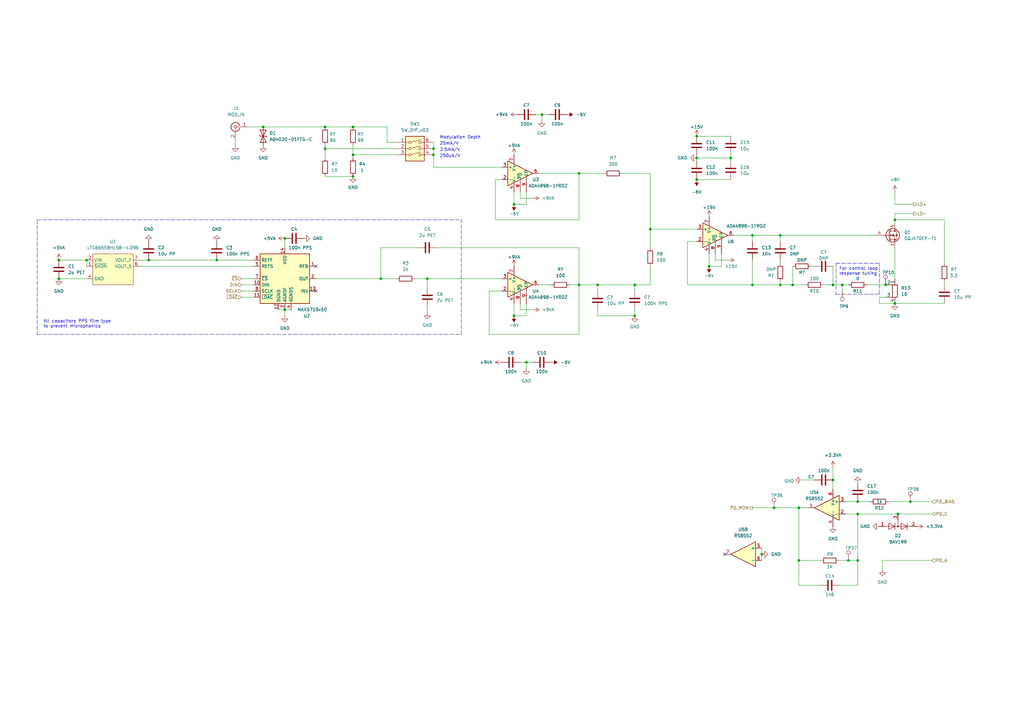
<source format=kicad_sch>
(kicad_sch (version 20211123) (generator eeschema)
  (paper "A3")
  (title_block (title "Kirdy") (date "2022-07-03") (rev "r0.1") (company "M-Labs") (comment 1 "Alex Wong Tat Hang"))
  (lib_symbols
    (symbol "Amplifier_Operational:ADA4898-1YRDZ" (pin_names (offset 0.127))
      (property "Reference" "U" (at 3.81 3.81 0))
      (property "Value" "ADA4898-1YRDZ" (at 11.43 -2.54 0))
      (symbol "ADA4898-1YRDZ_1_1"
        (polyline (pts (xy -5.08 5.08) (xy 5.08 0) (xy -5.08 -5.08) (xy -5.08 5.08)) (stroke (width 0.254)) (fill (type background)))
        (pin input line (at -7.62 -2.54 0) (length 2.54) (name "-") (number "2"))
        (pin input line (at -7.62 2.54 0) (length 2.54) (name "+") (number "3"))
        (pin power_in line (at -2.54 -7.62 90) (length 3.81) (name "V-") (number "4"))
        (pin output line (at 7.62 0 180) (length 2.54) (name "~") (number "6"))
        (pin power_in line (at -2.54 7.62 270) (length 3.81) (name "V+") (number "7"))
        (pin input line (at 0 -7.62 90) (length 5.08) (name "~{PD}") (number "8"))
        (pin passive line (at 2.54 -7.62 90) (length 6.35) (name "EP") (number "9"))
      )
    )
    (symbol "Analog_DAC:MAX5719xSD"
      (property "Reference" "U" (at -10.16 11.43 0))
      (property "Value" "MAX5719xSD" (at 1.27 11.43 0))
      (symbol "MAX5719xSD_0_1"
        (rectangle (start -10.16 10.16) (end 10.16 -10.16) (stroke (width 0.254)) (fill (type background)))
      )
      (symbol "MAX5719xSD_1_1"
        (pin passive line (at 12.7 5.08 180) (length 2.54) (name "RFB") (number "1"))
        (pin input line (at -12.7 -2.54 0) (length 2.54) (name "DIN") (number "10"))
        (pin input line (at -12.7 -7.62 0) (length 2.54) (name "~{LDAC}") (number "11"))
        (pin power_in line (at -2.54 -12.7 90) (length 2.54) (name "DGND") (number "12"))
        (pin passive line (at 12.7 -5.08 180) (length 2.54) (name "INV") (number "13"))
        (pin power_in line (at 0 12.7 270) (length 2.54) (name "VDD") (number "14"))
        (pin output line (at 12.7 0 180) (length 2.54) (name "OUT") (number "2"))
        (pin power_in line (at 0 -12.7 90) (length 2.54) (name "AGNDF") (number "3"))
        (pin power_in line (at 2.54 -12.7 90) (length 2.54) (name "AGNDS") (number "4"))
        (pin input line (at -12.7 5.08 0) (length 2.54) (name "REFS") (number "5"))
        (pin input line (at -12.7 7.62 0) (length 2.54) (name "REFF") (number "6"))
        (pin input line (at -12.7 0 0) (length 2.54) (name "~{CS}") (number "7"))
        (pin input line (at -12.7 -5.08 0) (length 2.54) (name "SCLK") (number "8"))
        (pin no_connect line (at 10.16 -7.62 180) (length 2.54) hide (name "NC") (number "9"))
      )
    )
    (symbol "Connector:Conn_Coaxial" (pin_names (offset 1.016) hide)
      (property "Reference" "J" (at 0.254 3.048 0))
      (property "Value" "Conn_Coaxial" (at 2.921 0 90))
      (symbol "Conn_Coaxial_0_1"
        (arc (start -1.778 -0.508) (mid 0.222 -1.808) (end 1.778 0) (stroke (width 0.254)))
        (polyline (pts (xy -2.54 0) (xy -0.508 0)))
        (polyline (pts (xy 0 -2.54) (xy 0 -1.778)))
        (circle (center 0 0) (radius 0.508) (stroke (width 0.2032)))
        (arc (start 1.778 0) (mid 0.222 1.8083) (end -1.778 0.508) (stroke (width 0.254)))
      )
      (symbol "Conn_Coaxial_1_1"
        (pin passive line (at -5.08 0 0) (length 2.54) (name "In") (number "1"))
        (pin passive line (at 0 -5.08 90) (length 2.54) (name "Ext") (number "2"))
      )
    )
    (symbol "Connector:TestPoint" (pin_numbers hide) (pin_names (offset 0.762) hide)
      (property "Reference" "TP" (at 0 6.858 0))
      (property "Value" "TestPoint" (at 0 5.08 0))
      (symbol "TestPoint_0_1"
        (circle (center 0 3.302) (radius 0.762))
      )
      (symbol "TestPoint_1_1"
        (pin passive line (at 0 0 90) (length 2.54) (name "1") (number "1"))
      )
    )
    (symbol "Device:C" (pin_numbers hide) (pin_names (offset 0.254))
      (property "Reference" "C" (at 0.635 2.54 0))
      (property "Value" "C" (at 0.635 -2.54 0))
      (symbol "C_0_1"
        (polyline (pts (xy -2.032 -0.762) (xy 2.032 -0.762)) (stroke (width 0.508)))
        (polyline (pts (xy -2.032 0.762) (xy 2.032 0.762)) (stroke (width 0.508)))
      )
      (symbol "C_1_1"
        (pin passive line (at 0 3.81 270) (length 2.794) (name "~") (number "1"))
        (pin passive line (at 0 -3.81 90) (length 2.794) (name "~") (number "2"))
      )
    )
    (symbol "Device:D_TVS" (pin_numbers hide) (pin_names (offset 1.016) hide)
      (property "Reference" "D" (at 0 2.54 0))
      (property "Value" "D_TVS" (at 0 -2.54 0))
      (symbol "D_TVS_0_1"
        (polyline (pts (xy 1.27 0) (xy -1.27 0)))
        (polyline (pts (xy 0.508 1.27) (xy 0 1.27) (xy 0 -1.27) (xy -0.508 -1.27)) (stroke (width 0.254)))
        (polyline (pts (xy -2.54 1.27) (xy -2.54 -1.27) (xy 2.54 1.27) (xy 2.54 -1.27) (xy -2.54 1.27)) (stroke (width 0.254)))
      )
      (symbol "D_TVS_1_1"
        (pin passive line (at -3.81 0 0) (length 2.54) (name "A1") (number "1"))
        (pin passive line (at 3.81 0 180) (length 2.54) (name "A2") (number "2"))
      )
    )
    (symbol "Device:R" (pin_numbers hide) (pin_names (offset 0))
      (property "Reference" "R" (at 2.032 0 90))
      (property "Value" "R" (at 0 0 90))
      (symbol "R_0_1"
        (rectangle (start -1.016 -2.54) (end 1.016 2.54) (stroke (width 0.254)))
      )
      (symbol "R_1_1"
        (pin passive line (at 0 3.81 270) (length 1.27) (name "~") (number "1"))
        (pin passive line (at 0 -3.81 90) (length 1.27) (name "~") (number "2"))
      )
    )
    (symbol "Device:R_Shunt" (pin_numbers hide) (pin_names (offset 0))
      (property "Reference" "R" (at -4.445 0 90))
      (property "Value" "R_Shunt" (at -2.54 0 90))
      (symbol "R_Shunt_0_1"
        (rectangle (start -1.016 -2.54) (end 1.016 2.54) (stroke (width 0.254)))
        (polyline (pts (xy 0 -2.54) (xy 1.27 -2.54)))
        (polyline (pts (xy 1.27 2.54) (xy 0 2.54)))
      )
      (symbol "R_Shunt_1_1"
        (pin passive line (at 0 5.08 270) (length 2.54) (name "1") (number "1"))
        (pin passive line (at 3.81 2.54 180) (length 2.54) (name "2") (number "2"))
        (pin passive line (at 3.81 -2.54 180) (length 2.54) (name "3") (number "3"))
        (pin passive line (at 0 -5.08 90) (length 2.54) (name "4") (number "4"))
      )
    )
    (symbol "Diode:BAV99" (pin_names hide)
      (property "Reference" "D" (at 0 5.08 0))
      (property "Value" "BAV99" (at 0 2.54 0))
      (symbol "BAV99_0_1"
        (polyline (pts (xy -5.08 0) (xy 5.08 0)))
      )
      (symbol "BAV99_1_1"
        (polyline (pts (xy 0 0) (xy 0 -2.54)))
        (polyline (pts (xy -1.27 -1.27) (xy -1.27 1.27) (xy -1.27 1.27)) (stroke (width 0.2032)))
        (polyline (pts (xy 3.81 1.27) (xy 3.81 -1.27) (xy 3.81 -1.27)) (stroke (width 0.2032)))
        (polyline (pts (xy -3.81 1.27) (xy -1.27 0) (xy -3.81 -1.27) (xy -3.81 1.27) (xy -3.81 1.27) (xy -3.81 1.27)) (stroke (width 0.2032)))
        (polyline (pts (xy 1.27 1.27) (xy 3.81 0) (xy 1.27 -1.27) (xy 1.27 1.27) (xy 1.27 1.27) (xy 1.27 1.27)) (stroke (width 0.2032)))
        (circle (center 0 0) (radius 0.254) (fill (type outline)))
        (pin passive line (at -7.62 0 0) (length 2.54) (name "K") (number "1"))
        (pin passive line (at 7.62 0 180) (length 2.54) (name "A") (number "2"))
        (pin passive line (at 0 -5.08 90) (length 2.54) (name "K") (number "3"))
      )
    )
    (symbol "Switch:SW_DIP_x03" (pin_names (offset 0) hide)
      (property "Reference" "SW" (at 0 8.89 0))
      (property "Value" "SW_DIP_x03" (at 0 -3.81 0))
      (symbol "SW_DIP_x03_0_0"
        (circle (center -2.032 0) (radius 0.508))
        (circle (center -2.032 2.54) (radius 0.508))
        (circle (center -2.032 5.08) (radius 0.508))
        (polyline (pts (xy -1.524 0.127) (xy 2.3622 1.1684)))
        (polyline (pts (xy -1.524 2.667) (xy 2.3622 3.7084)))
        (polyline (pts (xy -1.524 5.207) (xy 2.3622 6.2484)))
        (circle (center 2.032 0) (radius 0.508))
        (circle (center 2.032 2.54) (radius 0.508))
        (circle (center 2.032 5.08) (radius 0.508))
      )
      (symbol "SW_DIP_x03_0_1"
        (rectangle (start -3.81 7.62) (end 3.81 -2.54) (stroke (width 0.254)) (fill (type background)))
      )
      (symbol "SW_DIP_x03_1_1"
        (pin passive line (at -7.62 5.08 0) (length 5.08) (name "~") (number "1"))
        (pin passive line (at -7.62 2.54 0) (length 5.08) (name "~") (number "2"))
        (pin passive line (at -7.62 0 0) (length 5.08) (name "~") (number "3"))
        (pin passive line (at 7.62 0 180) (length 5.08) (name "~") (number "4"))
        (pin passive line (at 7.62 2.54 180) (length 5.08) (name "~") (number "5"))
        (pin passive line (at 7.62 5.08 180) (length 5.08) (name "~") (number "6"))
      )
    )
    (symbol "Transistor_FET:CSD17507Q5A" (pin_names hide)
      (property "Reference" "Q" (at 5.08 1.905 0))
      (property "Value" "CSD17507Q5A" (at 5.08 0 0))
      (symbol "CSD17507Q5A_0_1"
        (polyline (pts (xy 0.254 0) (xy -2.54 0)))
        (polyline (pts (xy 0.254 1.905) (xy 0.254 -1.905)) (stroke (width 0.254)))
        (polyline (pts (xy 0.762 -1.27) (xy 0.762 -2.286)) (stroke (width 0.254)))
        (polyline (pts (xy 0.762 0.508) (xy 0.762 -0.508)) (stroke (width 0.254)))
        (polyline (pts (xy 0.762 2.286) (xy 0.762 1.27)) (stroke (width 0.254)))
        (polyline (pts (xy 2.54 2.54) (xy 2.54 1.778)))
        (polyline (pts (xy 2.54 -2.54) (xy 2.54 0) (xy 0.762 0)))
        (polyline (pts (xy 0.762 -1.778) (xy 3.302 -1.778) (xy 3.302 1.778) (xy 0.762 1.778)))
        (polyline (pts (xy 1.016 0) (xy 2.032 0.381) (xy 2.032 -0.381) (xy 1.016 0)) (fill (type outline)))
        (polyline (pts (xy 2.794 0.508) (xy 2.921 0.381) (xy 3.683 0.381) (xy 3.81 0.254)))
        (polyline (pts (xy 3.302 0.381) (xy 2.921 -0.254) (xy 3.683 -0.254) (xy 3.302 0.381)))
        (circle (center 1.651 0) (radius 2.794) (stroke (width 0.254)))
        (circle (center 2.54 -1.778) (radius 0.254) (fill (type outline)))
        (circle (center 2.54 1.778) (radius 0.254) (fill (type outline)))
      )
      (symbol "CSD17507Q5A_1_1"
        (pin passive line (at 2.54 -5.08 90) (length 2.54) (name "S") (number "1"))
        (pin passive line (at 2.54 -5.08 90) (length 2.54) hide (name "S") (number "2"))
        (pin passive line (at 2.54 -5.08 90) (length 2.54) hide (name "S") (number "3"))
        (pin passive line (at -5.08 0 0) (length 2.54) (name "G") (number "4"))
        (pin passive line (at 2.54 5.08 270) (length 2.54) (name "D") (number "5"))
      )
    )
    (symbol "kirdy:LTC6655"
      (property "Reference" "U" (at 0 -10.16 0))
      (property "Value" "LTC6655" (at 0 -7.62 0))
      (symbol "LTC6655_0_0"
        (pin input line (at -10.16 2.54 0) (length 2.54) (name "~{SHDN}") (number "1"))
        (pin power_in line (at -10.16 5.08 0) (length 2.54) (name "VIN") (number "2"))
        (pin power_in line (at -10.16 -2.54 0) (length 2.54) hide (name "GND") (number "3"))
        (pin power_in line (at -10.16 -2.54 0) (length 2.54) (name "GND") (number "4"))
        (pin power_in line (at -10.16 -2.54 0) (length 2.54) hide (name "GND") (number "5"))
        (pin passive line (at 11.43 2.54 180) (length 2.54) (name "VOUT_S") (number "6"))
        (pin output line (at 11.43 5.08 180) (length 2.54) (name "VOUT_F") (number "7"))
        (pin power_in line (at -10.16 -2.54 0) (length 2.54) hide (name "GND") (number "8"))
      )
      (symbol "LTC6655_0_1"
        (rectangle (start -7.62 7.62) (end 8.89 -5.08) (fill (type background)))
      )
    )
    (symbol "kirdy:RS8552" (pin_names (offset 0.127))
      (property "Reference" "U" (at 0 5.08 0))
      (property "Value" "RS8552" (at 0 -5.08 0))
      (symbol "RS8552_1_1"
        (polyline (pts (xy -5.08 5.08) (xy 5.08 0) (xy -5.08 -5.08) (xy -5.08 5.08)) (stroke (width 0.254)) (fill (type background)))
        (pin output line (at 7.62 0 180) (length 2.54) (name "~") (number "1"))
        (pin input line (at -7.62 -2.54 0) (length 2.54) (name "-") (number "2"))
        (pin input line (at -7.62 2.54 0) (length 2.54) (name "+") (number "3"))
      )
      (symbol "RS8552_2_1"
        (polyline (pts (xy -5.08 5.08) (xy 5.08 0) (xy -5.08 -5.08) (xy -5.08 5.08)) (stroke (width 0.254)) (fill (type background)))
        (pin input line (at -7.62 2.54 0) (length 2.54) (name "+") (number "5"))
        (pin input line (at -7.62 -2.54 0) (length 2.54) (name "-") (number "6"))
        (pin output line (at 7.62 0 180) (length 2.54) (name "~") (number "7"))
      )
      (symbol "RS8552_3_1"
        (pin power_in line (at -2.54 -7.62 90) (length 3.81) (name "V-") (number "4"))
        (pin power_in line (at -2.54 7.62 270) (length 3.81) (name "V+") (number "8"))
      )
    )
    (symbol "power:+15V" (power) (pin_names (offset 0))
      (property "Value" "+15V" (at 0 3.556 0))
      (symbol "+15V_0_1"
        (polyline (pts (xy -0.762 1.27) (xy 0 2.54)))
        (polyline (pts (xy 0 0) (xy 0 2.54)))
        (polyline (pts (xy 0 2.54) (xy 0.762 1.27)))
      )
      (symbol "+15V_1_1"
        (pin power_in line (at 0 0 90) (length 0) hide (name "+15V") (number "1"))
      )
    )
    (symbol "power:+3.3VA" (power) (pin_names (offset 0))
      (property "Value" "+3.3VA" (at 0 3.556 0))
      (symbol "+3.3VA_0_1"
        (polyline (pts (xy -0.762 1.27) (xy 0 2.54)))
        (polyline (pts (xy 0 0) (xy 0 2.54)))
        (polyline (pts (xy 0 2.54) (xy 0.762 1.27)))
      )
      (symbol "+3.3VA_1_1"
        (pin power_in line (at 0 0 90) (length 0) hide (name "+3.3VA") (number "1"))
      )
    )
    (symbol "power:+5VA" (power) (pin_names (offset 0))
      (property "Value" "+5VA" (at 0 3.556 0))
      (symbol "+5VA_0_1"
        (polyline (pts (xy -0.762 1.27) (xy 0 2.54)))
        (polyline (pts (xy 0 0) (xy 0 2.54)))
        (polyline (pts (xy 0 2.54) (xy 0.762 1.27)))
      )
      (symbol "+5VA_1_1"
        (pin power_in line (at 0 0 90) (length 0) hide (name "+5VA") (number "1"))
      )
    )
    (symbol "power:+8V" (power) (pin_names (offset 0))
      (property "Value" "+8V" (at 0 3.556 0))
      (symbol "+8V_0_1"
        (polyline (pts (xy -0.762 1.27) (xy 0 2.54)))
        (polyline (pts (xy 0 0) (xy 0 2.54)))
        (polyline (pts (xy 0 2.54) (xy 0.762 1.27)))
      )
      (symbol "+8V_1_1"
        (pin power_in line (at 0 0 90) (length 0) hide (name "+8V") (number "1"))
      )
    )
    (symbol "power:+9VA" (power) (pin_names (offset 0))
      (property "Value" "+9VA" (at 0 3.81 0))
      (symbol "+9VA_0_1"
        (polyline (pts (xy -0.762 1.27) (xy 0 2.54)))
        (polyline (pts (xy 0 0) (xy 0 2.54)))
        (polyline (pts (xy 0 2.54) (xy 0.762 1.27)))
      )
      (symbol "+9VA_1_1"
        (pin power_in line (at 0 0 90) (length 0) hide (name "+9VA") (number "1"))
      )
    )
    (symbol "power:-6V" (power) (pin_names (offset 0))
      (property "Value" "-6V" (at 0 3.81 0))
      (symbol "-6V_0_0"
        (pin power_in line (at 0 0 90) (length 0) hide (name "-6V") (number "1"))
      )
      (symbol "-6V_0_1"
        (polyline (pts (xy 0 0) (xy 0 1.27) (xy 0.762 1.27) (xy 0 2.54) (xy -0.762 1.27) (xy 0 1.27)) (fill (type outline)))
      )
    )
    (symbol "power:GND" (power) (pin_names (offset 0))
      (property "Value" "GND" (at 0 -3.81 0))
      (symbol "GND_0_1"
        (polyline (pts (xy 0 0) (xy 0 -1.27) (xy 1.27 -1.27) (xy 0 -2.54) (xy -1.27 -1.27) (xy 0 -1.27)))
      )
      (symbol "GND_1_1"
        (pin power_in line (at 0 0 270) (length 0) hide (name "GND") (number "1"))
      )
    )
  )
  (junction (at 290.83 109.22))
  (junction (at 144.78 72.39))
  (junction (at 237.49 71.12))
  (junction (at 363.22 116.84))
  (junction (at 285.75 64.77))
  (junction (at 347.98 229.87))
  (junction (at 351.79 205.74))
  (junction (at 116.84 97.79))
  (junction (at 308.61 96.52))
  (junction (at 367.03 90.17))
  (junction (at 107.95 52.07))
  (junction (at 222.25 46.99))
  (junction (at 177.8 63.5))
  (junction (at 260.35 116.84))
  (junction (at 351.79 229.87))
  (junction (at 215.9 148.59))
  (junction (at 320.04 116.84))
  (junction (at 285.75 55.88))
  (junction (at 210.82 129.54))
  (junction (at 144.78 52.07))
  (junction (at 237.49 116.84))
  (junction (at 245.11 116.84))
  (junction (at 210.82 83.82))
  (junction (at 345.44 116.84))
  (junction (at 308.61 116.84))
  (junction (at 156.21 114.3))
  (junction (at 320.04 96.52))
  (junction (at 133.35 52.07))
  (junction (at 373.38 205.74))
  (junction (at 327.66 208.28))
  (junction (at 312.42 227.33))
  (junction (at 351.79 210.82))
  (junction (at 175.26 114.3))
  (junction (at 60.96 106.68))
  (junction (at 299.72 64.77))
  (junction (at 266.7 93.98))
  (junction (at 317.5 208.28))
  (junction (at 35.56 106.68))
  (junction (at 367.03 124.46))
  (junction (at 285.75 73.66))
  (junction (at 88.9 106.68))
  (junction (at 368.3 210.82))
  (junction (at 24.13 114.3))
  (junction (at 260.35 129.54))
  (junction (at 133.35 60.96))
  (junction (at 327.66 229.87))
  (junction (at 325.12 116.84))
  (junction (at 341.63 196.85))
  (junction (at 144.78 63.5))
  (junction (at 116.84 127))
  (junction (at 24.13 106.68))
  (junction (at 177.8 60.96))
  (junction (at 341.63 116.84))
  (no_connect (at 129.54 119.38))
  (no_connect (at 297.18 227.33))
  (no_connect (at 129.54 109.22))
  (wire (pts (xy 175.26 125.73) (xy 175.26 128.27)))
  (wire (pts (xy 99.06 114.3) (xy 104.14 114.3)))
  (wire (pts (xy 308.61 208.28) (xy 317.5 208.28)))
  (wire (pts (xy 35.56 106.68) (xy 35.56 109.22)))
  (wire (pts (xy 177.8 60.96) (xy 177.8 63.5)))
  (wire (pts (xy 237.49 116.84) (xy 245.11 116.84)))
  (wire (pts (xy 368.3 210.82) (xy 382.27 210.82)))
  (wire (pts (xy 133.35 72.39) (xy 144.78 72.39)))
  (wire (pts (xy 355.6 116.84) (xy 363.22 116.84)))
  (wire (pts (xy 308.61 96.52) (xy 320.04 96.52)))
  (wire (pts (xy 347.98 229.87) (xy 351.79 229.87)))
  (wire (pts (xy 351.79 229.87) (xy 351.79 210.82)))
  (wire (pts (xy 345.44 119.38) (xy 345.44 116.84)))
  (wire (pts (xy 260.35 116.84) (xy 266.7 116.84)))
  (wire (pts (xy 285.75 64.77) (xy 285.75 66.04)))
  (wire (pts (xy 367.03 91.44) (xy 367.03 90.17)))
  (wire (pts (xy 179.07 101.6) (xy 237.49 101.6)))
  (wire (pts (xy 158.75 58.42) (xy 162.56 58.42)))
  (wire (pts (xy 387.35 107.95) (xy 387.35 90.17)))
  (wire (pts (xy 96.52 59.69) (xy 96.52 57.15)))
  (wire (pts (xy 260.35 119.38) (xy 260.35 116.84)))
  (wire (pts (xy 308.61 96.52) (xy 308.61 99.06)))
  (wire (pts (xy 300.99 96.52) (xy 308.61 96.52)))
  (wire (pts (xy 213.36 127) (xy 218.44 127)))
  (wire (pts (xy 144.78 59.69) (xy 144.78 63.5)))
  (wire (pts (xy 266.7 109.22) (xy 266.7 116.84)))
  (wire (pts (xy 387.35 115.57) (xy 387.35 116.84)))
  (wire (pts (xy 320.04 96.52) (xy 359.41 96.52)))
  (wire (pts (xy 101.6 52.07) (xy 107.95 52.07)))
  (polyline (pts (xy 342.9 120.65) (xy 360.68 120.65)))
  (wire (pts (xy 99.06 119.38) (xy 104.14 119.38)))
  (wire (pts (xy 361.95 229.87) (xy 382.27 229.87)))
  (wire (pts (xy 293.37 106.68) (xy 298.45 106.68)))
  (polyline (pts (xy 342.9 107.95) (xy 360.68 107.95)))
  (wire (pts (xy 360.68 121.92) (xy 360.68 124.46)))
  (wire (pts (xy 177.8 58.42) (xy 177.8 60.96)))
  (wire (pts (xy 320.04 106.68) (xy 320.04 107.95)))
  (wire (pts (xy 327.66 229.87) (xy 327.66 208.28)))
  (wire (pts (xy 60.96 106.68) (xy 88.9 106.68)))
  (wire (pts (xy 99.06 116.84) (xy 104.14 116.84)))
  (wire (pts (xy 133.35 59.69) (xy 133.35 60.96)))
  (wire (pts (xy 220.98 71.12) (xy 237.49 71.12)))
  (wire (pts (xy 222.25 46.99) (xy 222.25 49.53)))
  (wire (pts (xy 245.11 116.84) (xy 260.35 116.84)))
  (wire (pts (xy 237.49 90.17) (xy 237.49 71.12)))
  (wire (pts (xy 175.26 114.3) (xy 205.74 114.3)))
  (wire (pts (xy 170.18 114.3) (xy 175.26 114.3)))
  (wire (pts (xy 320.04 96.52) (xy 320.04 99.06)))
  (wire (pts (xy 237.49 137.16) (xy 237.49 116.84)))
  (wire (pts (xy 336.55 240.03) (xy 327.66 240.03)))
  (wire (pts (xy 367.03 87.63) (xy 374.65 87.63)))
  (wire (pts (xy 260.35 129.54) (xy 260.35 127)))
  (wire (pts (xy 57.15 109.22) (xy 104.14 109.22)))
  (wire (pts (xy 144.78 63.5) (xy 162.56 63.5)))
  (wire (pts (xy 233.68 116.84) (xy 237.49 116.84)))
  (wire (pts (xy 299.72 64.77) (xy 285.75 64.77)))
  (wire (pts (xy 222.25 46.99) (xy 224.79 46.99)))
  (wire (pts (xy 200.66 119.38) (xy 200.66 137.16)))
  (wire (pts (xy 215.9 83.82) (xy 215.9 78.74)))
  (wire (pts (xy 210.82 78.74) (xy 210.82 83.82)))
  (wire (pts (xy 215.9 129.54) (xy 215.9 124.46)))
  (wire (pts (xy 156.21 101.6) (xy 156.21 114.3)))
  (wire (pts (xy 373.38 205.74) (xy 382.27 205.74)))
  (wire (pts (xy 171.45 101.6) (xy 156.21 101.6)))
  (polyline (pts (xy 15.24 90.17) (xy 189.23 90.17)))
  (wire (pts (xy 367.03 124.46) (xy 387.35 124.46)))
  (wire (pts (xy 361.95 233.68) (xy 361.95 229.87)))
  (wire (pts (xy 215.9 148.59) (xy 218.44 148.59)))
  (wire (pts (xy 107.95 52.07) (xy 133.35 52.07)))
  (wire (pts (xy 325.12 109.22) (xy 325.12 116.84)))
  (wire (pts (xy 213.36 78.74) (xy 213.36 81.28)))
  (wire (pts (xy 133.35 52.07) (xy 144.78 52.07)))
  (wire (pts (xy 210.82 83.82) (xy 215.9 83.82)))
  (wire (pts (xy 213.36 148.59) (xy 215.9 148.59)))
  (wire (pts (xy 341.63 116.84) (xy 345.44 116.84)))
  (wire (pts (xy 266.7 71.12) (xy 266.7 93.98)))
  (wire (pts (xy 290.83 109.22) (xy 295.91 109.22)))
  (wire (pts (xy 219.71 46.99) (xy 222.25 46.99)))
  (wire (pts (xy 205.74 73.66) (xy 203.2 73.66)))
  (polyline (pts (xy 360.68 120.65) (xy 360.68 107.95)))
  (wire (pts (xy 360.68 121.92) (xy 363.22 121.92)))
  (wire (pts (xy 317.5 208.28) (xy 327.66 208.28)))
  (wire (pts (xy 344.17 229.87) (xy 347.98 229.87)))
  (wire (pts (xy 57.15 106.68) (xy 60.96 106.68)))
  (wire (pts (xy 200.66 137.16) (xy 237.49 137.16)))
  (wire (pts (xy 213.36 124.46) (xy 213.36 127)))
  (wire (pts (xy 129.54 114.3) (xy 156.21 114.3)))
  (wire (pts (xy 88.9 106.68) (xy 104.14 106.68)))
  (wire (pts (xy 337.82 116.84) (xy 341.63 116.84)))
  (wire (pts (xy 364.49 205.74) (xy 373.38 205.74)))
  (wire (pts (xy 255.27 71.12) (xy 266.7 71.12)))
  (wire (pts (xy 24.13 106.68) (xy 35.56 106.68)))
  (wire (pts (xy 341.63 191.77) (xy 341.63 196.85)))
  (wire (pts (xy 24.13 114.3) (xy 35.56 114.3)))
  (wire (pts (xy 346.71 205.74) (xy 351.79 205.74)))
  (wire (pts (xy 387.35 90.17) (xy 367.03 90.17)))
  (wire (pts (xy 210.82 129.54) (xy 215.9 129.54)))
  (wire (pts (xy 144.78 63.5) (xy 144.78 64.77)))
  (wire (pts (xy 290.83 104.14) (xy 290.83 109.22)))
  (polyline (pts (xy 15.24 90.17) (xy 15.24 137.16)))
  (wire (pts (xy 345.44 116.84) (xy 347.98 116.84)))
  (wire (pts (xy 133.35 60.96) (xy 162.56 60.96)))
  (wire (pts (xy 281.94 116.84) (xy 281.94 99.06)))
  (wire (pts (xy 327.66 240.03) (xy 327.66 229.87)))
  (wire (pts (xy 116.84 97.79) (xy 116.84 101.6)))
  (wire (pts (xy 293.37 104.14) (xy 293.37 106.68)))
  (wire (pts (xy 177.8 68.58) (xy 205.74 68.58)))
  (wire (pts (xy 327.66 229.87) (xy 336.55 229.87)))
  (polyline (pts (xy 342.9 107.95) (xy 342.9 120.65)))
  (wire (pts (xy 237.49 71.12) (xy 247.65 71.12)))
  (wire (pts (xy 351.79 205.74) (xy 356.87 205.74)))
  (wire (pts (xy 325.12 116.84) (xy 330.2 116.84)))
  (wire (pts (xy 312.42 224.79) (xy 312.42 227.33)))
  (wire (pts (xy 367.03 83.82) (xy 374.65 83.82)))
  (wire (pts (xy 308.61 116.84) (xy 281.94 116.84)))
  (wire (pts (xy 203.2 90.17) (xy 237.49 90.17)))
  (wire (pts (xy 114.3 127) (xy 116.84 127)))
  (wire (pts (xy 312.42 227.33) (xy 312.42 229.87)))
  (wire (pts (xy 266.7 93.98) (xy 285.75 93.98)))
  (wire (pts (xy 99.06 121.92) (xy 104.14 121.92)))
  (wire (pts (xy 156.21 114.3) (xy 162.56 114.3)))
  (wire (pts (xy 213.36 81.28) (xy 218.44 81.28)))
  (wire (pts (xy 266.7 93.98) (xy 266.7 101.6)))
  (polyline (pts (xy 15.24 137.16) (xy 189.23 137.16)))
  (wire (pts (xy 245.11 127) (xy 245.11 129.54)))
  (wire (pts (xy 320.04 115.57) (xy 320.04 116.84)))
  (wire (pts (xy 367.03 90.17) (xy 367.03 87.63)))
  (wire (pts (xy 328.93 196.85) (xy 334.01 196.85)))
  (wire (pts (xy 344.17 240.03) (xy 351.79 240.03)))
  (wire (pts (xy 210.82 124.46) (xy 210.82 129.54)))
  (wire (pts (xy 341.63 196.85) (xy 341.63 200.66)))
  (wire (pts (xy 245.11 119.38) (xy 245.11 116.84)))
  (wire (pts (xy 346.71 210.82) (xy 351.79 210.82)))
  (wire (pts (xy 341.63 109.22) (xy 341.63 116.84)))
  (wire (pts (xy 351.79 240.03) (xy 351.79 229.87)))
  (wire (pts (xy 327.66 208.28) (xy 331.47 208.28)))
  (wire (pts (xy 299.72 63.5) (xy 299.72 64.77)))
  (wire (pts (xy 367.03 78.74) (xy 367.03 83.82)))
  (wire (pts (xy 332.74 109.22) (xy 334.01 109.22)))
  (wire (pts (xy 133.35 60.96) (xy 133.35 64.77)))
  (wire (pts (xy 116.84 127) (xy 116.84 129.54)))
  (wire (pts (xy 237.49 101.6) (xy 237.49 116.84)))
  (wire (pts (xy 299.72 64.77) (xy 299.72 66.04)))
  (wire (pts (xy 175.26 114.3) (xy 175.26 118.11)))
  (wire (pts (xy 177.8 63.5) (xy 177.8 68.58)))
  (wire (pts (xy 144.78 52.07) (xy 158.75 52.07)))
  (wire (pts (xy 360.68 124.46) (xy 367.03 124.46)))
  (wire (pts (xy 205.74 119.38) (xy 200.66 119.38)))
  (wire (pts (xy 285.75 63.5) (xy 285.75 64.77)))
  (wire (pts (xy 245.11 129.54) (xy 260.35 129.54)))
  (wire (pts (xy 285.75 55.88) (xy 299.72 55.88)))
  (wire (pts (xy 351.79 210.82) (xy 368.3 210.82)))
  (wire (pts (xy 308.61 116.84) (xy 320.04 116.84)))
  (wire (pts (xy 285.75 73.66) (xy 299.72 73.66)))
  (wire (pts (xy 220.98 116.84) (xy 226.06 116.84)))
  (wire (pts (xy 367.03 101.6) (xy 367.03 114.3)))
  (wire (pts (xy 158.75 52.07) (xy 158.75 58.42)))
  (wire (pts (xy 295.91 109.22) (xy 295.91 104.14)))
  (wire (pts (xy 308.61 106.68) (xy 308.61 116.84)))
  (wire (pts (xy 215.9 148.59) (xy 215.9 151.13)))
  (wire (pts (xy 320.04 116.84) (xy 325.12 116.84)))
  (polyline (pts (xy 189.23 137.16) (xy 189.23 90.17)))
  (wire (pts (xy 116.84 127) (xy 119.38 127)))
  (wire (pts (xy 203.2 73.66) (xy 203.2 90.17)))
  (wire (pts (xy 281.94 99.06) (xy 285.75 99.06)))
  (text "250uA/V" (at 180.34 64.77 0) (effects (font (size 1.27 1.27)) (justify left bottom)))
  (text "All capacitors PPS film type\nto prevent microphonics " (at 17.78 134.62 0) (effects (font (size 1.27 1.27)) (justify left bottom)))
  (text "2.5mA/V" (at 180.34 62.23 0) (effects (font (size 1.27 1.27)) (justify left bottom)))
  (text "For control loop\nresponse tuning" (at 344.17 113.03 0) (effects (font (size 1.27 1.27)) (justify left bottom)))
  (text "25mA/V" (at 180.34 59.69 0) (effects (font (size 1.27 1.27)) (justify left bottom)))
  (text "Modulation Depth" (at 180.34 57.15 0) (effects (font (size 1.27 1.27)) (justify left bottom)))
  (hierarchical_label "~{LDAC}" (shape input) (at 99.06 121.92 180))
  (hierarchical_label "PD_BIAS" (shape input) (at 382.27 205.74 0))
  (hierarchical_label "LD+" (shape output) (at 374.65 83.82 0))
  (hierarchical_label "SCLK" (shape input) (at 99.06 119.38 180))
  (hierarchical_label "PD_MON" (shape output) (at 308.61 208.28 180))
  (hierarchical_label "PD_C" (shape input) (at 382.27 210.82 0))
  (hierarchical_label "PD_A" (shape input) (at 382.27 229.87 0))
  (hierarchical_label "DIN" (shape input) (at 99.06 116.84 180))
  (hierarchical_label "LD-" (shape output) (at 374.65 87.63 0))
  (hierarchical_label "~{CS}" (shape input) (at 99.06 114.3 180))
  (symbol (lib_id "Connector:TestPoint") (at 363.22 116.84 0) (unit 1)
    (property "Reference" "TP10" (at 361.95 111.76 0) (effects (justify left)))
    (property "Value" "TestPoint" (effects hide))
    (property "Footprint" "TestPoint:TestPoint_Pad_2.0x2.0mm" (effects hide))
  )
  (symbol (lib_id "Device:C") (at 351.79 201.93 0) (unit 1)
    (property "Reference" "C17" (at 355.6 199.39 0) (effects (justify left)))
    (property "Value" "100n" (at 355.6 201.93 0) (effects (justify left)))
    (property "Footprint" "Capacitor_SMD:C_0603_1608Metric" (effects hide))
    (property "MFR_PN" "CL10B104KB8NNWC" (effects hide))
    (property "MFR_PN_ALT" "CL10B104KB8NNNL" (effects hide))
  )
  (symbol (lib_id "Device:R") (at 320.04 111.76 180) (unit 1)
    (property "Reference" "R?" (at 316.23 113.03 0))
    (property "Value" "DNP" (at 316.23 110.49 0))
    (property "Footprint" "Resistor_SMD:R_0603_1608Metric" (effects hide))
  )
  (symbol (lib_id "Diode:BAV99") (at 368.3 215.9 0) (mirror x) (unit 1)
    (property "Reference" "D2" (at 368.3 219.71 0))
    (property "Value" "BAV199" (at 368.3 222.25 0))
    (property "Footprint" "Package_TO_SOT_SMD:SOT-23" (effects hide))
    (property "Datasheet" "https://assets.nexperia.com/documents/data-sheet/BAV99_SER.pdf" (effects hide))
    (property "MFR_PN" "BAV199W-7" (effects hide))
    (property "MFR_PN_ALT" "BAV199E6327HTSA1" (effects hide))
  )
  (symbol (lib_id "power:GND") (at 328.93 196.85 270) (unit 1)
    (property "Reference" "#PWR?" (effects hide))
    (property "Value" "GND" (at 325.7551 197.2838 90) (effects (justify right)))
  )
  (symbol (lib_id "power:GND") (at 360.68 215.9 270) (unit 1)
    (property "Reference" "#PWR036" (effects hide))
    (property "Value" "GND" (at 356.87 215.8999 90) (effects (justify right)))
  )
  (symbol (lib_id "power:-6V") (at 232.41 46.99 270) (unit 1)
    (property "Reference" "#PWR022" (effects hide))
    (property "Value" "-6V" (at 236.22 46.9899 90) (effects (justify left)))
  )
  (symbol (lib_id "Device:C") (at 175.26 101.6 90) (unit 1)
    (property "Reference" "C5" (at 175.26 93.98 90))
    (property "Value" "2u PET" (at 175.26 96.52 90))
    (property "Footprint" "Capacitor_SMD:C_1812_4532Metric" (effects hide))
    (property "MFR_PN" "35MU225MC14532" (effects hide))
  )
  (symbol (lib_id "power:+15V") (at 285.75 55.88 0) (unit 1)
    (property "Reference" "#PWR028" (effects hide))
    (property "Value" "+15V" (at 285.75 52.07 0))
  )
  (symbol (lib_id "Device:R") (at 351.79 116.84 90) (unit 1)
    (property "Reference" "R11" (at 351.79 119.38 90))
    (property "Value" "0" (at 351.79 114.3 90))
    (property "Footprint" "Resistor_SMD:R_0603_1608Metric" (effects hide))
    (property "MFR_PN" "RMCF0603ZT0R00" (effects hide))
    (property "MFR_PN_ALT" "CR0603-J/-000ELF" (effects hide))
  )
  (symbol (lib_id "power:-6V") (at 226.06 148.59 270) (unit 1)
    (property "Reference" "#PWR023" (effects hide))
    (property "Value" "-6V" (at 229.87 148.5899 90) (effects (justify left)))
  )
  (symbol (lib_id "Device:C") (at 228.6 46.99 90) (unit 1)
    (property "Reference" "C9" (at 228.6 43.18 90))
    (property "Value" "100n" (at 228.6 50.8 90))
    (property "Footprint" "Capacitor_SMD:C_0603_1608Metric" (effects hide))
    (property "MFR_PN" "CL10B104KB8NNWC" (effects hide))
    (property "MFR_PN_ALT" "CL10B104KB8NNNL" (effects hide))
  )
  (symbol (lib_id "power:GND") (at 351.79 198.12 180) (unit 1)
    (property "Reference" "#PWR033" (effects hide))
    (property "Value" "GND" (at 351.79 193.04 0))
  )
  (symbol (lib_id "power:+5VA") (at 24.13 106.68 0) (unit 1)
    (property "Reference" "#PWR01" (effects hide))
    (property "Value" "+5VA" (at 24.13 101.6 0))
  )
  (symbol (lib_id "Device:C") (at 299.72 69.85 0) (unit 1)
    (property "Reference" "C16" (at 303.53 68.5799 0) (effects (justify left)))
    (property "Value" "10u" (at 303.53 71.1199 0) (effects (justify left)))
    (property "Footprint" "Capacitor_SMD:C_0805_2012Metric" (effects hide))
    (property "MFR_PN" "CL21B106KOQNNNG" (effects hide))
    (property "MFR_PN_ALT" "CL21B106KOQNNNE" (effects hide))
  )
  (symbol (lib_id "Device:C") (at 60.96 102.87 0) (unit 1)
    (property "Reference" "C2" (at 64.77 101.5999 0) (effects (justify left)))
    (property "Value" "10u PP" (at 64.77 104.1399 0) (effects (justify left)))
    (property "Footprint" "Capacitor_SMD:C_1812_4532Metric" (effects hide))
    (property "MFR_PN" "16MU106MC44532" (effects hide))
  )
  (symbol (lib_id "Connector:TestPoint") (at 345.44 119.38 180) (unit 1)
    (property "Reference" "TP9" (at 347.98 125.73 0) (effects (justify left)))
    (property "Value" "TestPoint" (effects hide))
    (property "Footprint" "TestPoint:TestPoint_Pad_2.0x2.0mm" (effects hide))
  )
  (symbol (lib_id "Device:C") (at 320.04 102.87 0) (unit 1)
    (property "Reference" "C?" (at 323.85 101.5999 0) (effects (justify left)))
    (property "Value" "DNP" (at 323.85 104.1399 0) (effects (justify left)))
    (property "Footprint" "Capacitor_SMD:C_0603_1608Metric" (effects hide))
  )
  (symbol (lib_id "Device:R") (at 334.01 116.84 90) (unit 1)
    (property "Reference" "R10" (at 334.01 119.38 90))
    (property "Value" "100" (at 334.01 114.3 90))
    (property "Footprint" "Resistor_SMD:R_0603_1608Metric" (effects hide))
    (property "MFR_PN" "WR06X1000FTL" (effects hide))
    (property "MFR_PN_ALT" "RMCF0603FT100R" (effects hide))
  )
  (symbol (lib_id "Device:R") (at 387.35 111.76 180) (unit 1)
    (property "Reference" "R?" (at 391.16 110.49 0))
    (property "Value" "3.3" (at 391.16 113.03 0))
    (property "Footprint" "Resistor_SMD:R_0603_1608Metric" (effects hide))
  )
  (symbol (lib_id "power:GND") (at 116.84 129.54 0) (unit 1)
    (property "Reference" "#PWR06" (effects hide))
    (property "Value" "GND" (at 116.84 134.62 0))
  )
  (symbol (lib_id "Amplifier_Operational:ADA4898-1YRDZ") (at 293.37 96.52 0) (unit 1)
    (property "Reference" "U6" (at 299.72 99.06 0))
    (property "Value" "ADA4898-1YRDZ" (at 306.07 92.71 0))
    (property "Footprint" "Package_SO:SOIC-8-1EP_3.9x4.9mm_P1.27mm_EP2.29x3mm" (effects hide))
    (property "Datasheet" "https://www.analog.com/media/en/technical-documentation/data-sheets/ada4898-1_4898-2.pdf" (effects hide))
    (property "MFR_PN" "ADA4898-1YRDZ" (effects hide))
  )
  (symbol (lib_id "Device:C") (at 308.61 102.87 0) (unit 1)
    (property "Reference" "C13" (at 312.42 101.5999 0) (effects (justify left)))
    (property "Value" "10n" (at 312.42 104.1399 0) (effects (justify left)))
    (property "Footprint" "Capacitor_SMD:C_0603_1608Metric" (effects hide))
    (property "MFR_PN" "0603B103K500CT" (effects hide))
    (property "MFR_PN_ALT" "CL10B103KB8NNNC" (effects hide))
  )
  (symbol (lib_id "Connector:TestPoint") (at 373.38 205.74 0) (unit 1)
    (property "Reference" "TP38" (at 372.11 200.66 0) (effects (justify left)))
    (property "Value" "TestPoint" (effects hide))
    (property "Footprint" "TestPoint:TestPoint_Pad_2.0x2.0mm" (effects hide))
  )
  (symbol (lib_id "Device:R") (at 266.7 105.41 180) (unit 1)
    (property "Reference" "R8" (at 269.24 104.1399 0) (effects (justify right)))
    (property "Value" "100" (at 269.24 106.6799 0) (effects (justify right)))
    (property "Footprint" "Resistor_SMD:R_0603_1608Metric" (effects hide))
    (property "MFR_PN" "RT0603FRE07300RL" (effects hide))
    (property "MFR_PN_ALT" "RC0603FR-10300RL" (effects hide))
  )
  (symbol (lib_id "power:GND") (at 124.46 97.79 90) (unit 1)
    (property "Reference" "#PWR07" (effects hide))
    (property "Value" "GND" (at 128.27 97.7899 90) (effects (justify right)))
  )
  (symbol (lib_id "Device:R") (at 133.35 68.58 180) (unit 1)
    (property "Reference" "R?" (at 137.16 67.31 0))
    (property "Value" "10" (at 137.16 69.85 0))
    (property "Footprint" "Resistor_SMD:R_0603_1608Metric" (effects hide))
    (property "MFR_PN" "RT0603BRD0710RL" (effects hide))
    (property "MFR_PN_ALT" "WR06X10R0FTL" (effects hide))
  )
  (symbol (lib_id "power:GND") (at 24.13 114.3 0) (unit 1)
    (property "Reference" "#PWR02" (effects hide))
    (property "Value" "GND" (at 24.13 119.38 0))
  )
  (symbol (lib_id "kirdy:RS8552") (at 304.8 227.33 0) (mirror y) (unit 2)
    (property "Reference" "U5" (at 304.8 217.17 0))
    (property "Value" "RS8552" (at 304.8 219.71 0))
    (property "Footprint" "Package_SO:SOIC-8_3.9x4.9mm_P1.27mm" (effects hide))
    (property "Datasheet" "https://datasheet.lcsc.com/lcsc/2010160333_Jiangsu-RUNIC-Tech-RS8554XP_C236997.pdf" (effects hide))
    (property "MFR_PN" "RS8552XK" (effects hide))
  )
  (symbol (lib_id "kirdy:RS8552") (at 339.09 208.28 0) (mirror y) (unit 1)
    (property "Reference" "U5" (at 334.01 201.93 0))
    (property "Value" "RS8552" (at 334.01 204.47 0))
    (property "Footprint" "Package_SO:SOIC-8_3.9x4.9mm_P1.27mm" (effects hide))
    (property "Datasheet" "https://datasheet.lcsc.com/lcsc/2010160333_Jiangsu-RUNIC-Tech-RS8554XP_C236997.pdf" (effects hide))
    (property "MFR_PN" "RS8552XK" (effects hide))
  )
  (symbol (lib_id "Connector:TestPoint") (at 347.98 229.87 0) (unit 1)
    (property "Reference" "TP37" (at 346.71 224.79 0) (effects (justify left)))
    (property "Value" "TestPoint" (effects hide))
    (property "Footprint" "TestPoint:TestPoint_Pad_2.0x2.0mm" (effects hide))
  )
  (symbol (lib_id "power:GND") (at 60.96 99.06 180) (unit 1)
    (property "Reference" "#PWR03" (effects hide))
    (property "Value" "GND" (at 60.96 93.98 0))
  )
  (symbol (lib_id "Device:C") (at 340.36 240.03 90) (unit 1)
    (property "Reference" "C14" (at 340.36 236.22 90))
    (property "Value" "1n6" (at 340.36 243.84 90))
    (property "Footprint" "Capacitor_SMD:C_0603_1608Metric" (effects hide))
    (property "MFR_PN" "GCM1885C1H162FA16D" (effects hide))
    (property "MFR_PN_ALT" "C0603C162J5GAC7867" (effects hide))
  )
  (symbol (lib_id "Device:R") (at 360.68 205.74 90) (unit 1)
    (property "Reference" "R12" (at 360.68 208.28 90))
    (property "Value" "1k" (at 360.68 205.74 90))
    (property "Footprint" "Resistor_SMD:R_0603_1608Metric" (effects hide))
    (property "MFR_PN" "RNCP0603FTD1K00" (effects hide))
    (property "MFR_PN_ALT" "WR06X1001FTL" (effects hide))
  )
  (symbol (lib_id "Device:C") (at 245.11 123.19 0) (unit 1)
    (property "Reference" "C?" (at 248.92 121.9199 0) (effects (justify left)))
    (property "Value" "10u PP" (at 248.92 124.4599 0) (effects (justify left)))
    (property "Footprint" "Capacitor_SMD:C_1812_4532Metric" (effects hide))
    (property "MFR_PN" "16MU106MC44532" (effects hide))
  )
  (symbol (lib_id "Switch:SW_DIP_x03") (at 170.18 63.5 0) (unit 1)
    (property "Reference" "SW1" (at 170.18 50.8 0))
    (property "Value" "SW_DIP_x03" (at 170.18 53.34 0))
    (property "Footprint" "Button_Switch_SMD:SW_DIP_SPSTx03_Slide_Omron_A6S-310x_W8.9mm_P2.54mm" (effects hide))
    (property "MFR_PN" "A6SN-3104" (effects hide))
    (property "MFR_PN_ALT" "A6S-3102" (effects hide))
  )
  (symbol (lib_id "Amplifier_Operational:ADA4898-1YRDZ") (at 213.36 116.84 0) (unit 1)
    (property "Reference" "U4" (at 219.71 119.38 0))
    (property "Value" "ADA4898-1YRDZ" (at 224.79 121.92 0))
    (property "Footprint" "Package_SO:SOIC-8-1EP_3.9x4.9mm_P1.27mm_EP2.29x3mm" (effects hide))
    (property "Datasheet" "https://www.analog.com/media/en/technical-documentation/data-sheets/ada4898-1_4898-2.pdf" (effects hide))
    (property "MFR_PN" "ADA4898-1YRDZ" (effects hide))
  )
  (symbol (lib_id "power:GND") (at 341.63 215.9 0) (unit 1)
    (property "Reference" "#PWR032" (effects hide))
    (property "Value" "GND" (at 341.63 220.98 0))
  )
  (symbol (lib_id "power:GND") (at 285.75 64.77 270) (unit 1)
    (property "Reference" "#PWR029" (effects hide))
    (property "Value" "GND" (at 281.94 64.7699 90) (effects (justify right)))
  )
  (symbol (lib_id "Device:C") (at 285.75 69.85 0) (unit 1)
    (property "Reference" "C12" (at 289.56 68.5799 0) (effects (justify left)))
    (property "Value" "100n" (at 289.56 71.1199 0) (effects (justify left)))
    (property "Footprint" "Capacitor_SMD:C_0603_1608Metric" (effects hide))
    (property "MFR_PN" "CL10B104KB8NNWC" (effects hide))
    (property "MFR_PN_ALT" "CL10B104KB8NNNL" (effects hide))
  )
  (symbol (lib_id "power:GND") (at 175.26 128.27 0) (unit 1)
    (property "Reference" "#PWR09" (effects hide))
    (property "Value" "GND" (at 175.26 133.35 0))
  )
  (symbol (lib_id "Device:R") (at 166.37 114.3 90) (unit 1)
    (property "Reference" "R3" (at 166.37 107.95 90))
    (property "Value" "2k" (at 166.37 110.49 90))
    (property "Footprint" "Resistor_SMD:R_0603_1608Metric" (effects hide))
    (property "MFR_PN" "RC0603FR-072KL" (effects hide))
    (property "MFR_PN_ALT" "ERJ-3EKF2001V" (effects hide))
  )
  (symbol (lib_id "Device:C") (at 387.35 120.65 0) (unit 1)
    (property "Reference" "C?" (at 391.16 119.3799 0) (effects (justify left)))
    (property "Value" "10u PP" (at 391.16 121.9199 0) (effects (justify left)))
    (property "Footprint" "Capacitor_SMD:C_1812_4532Metric" (effects hide))
    (property "MFR_PN" "16MU106MC44532" (effects hide))
  )
  (symbol (lib_id "Device:C") (at 222.25 148.59 90) (unit 1)
    (property "Reference" "C10" (at 222.25 144.78 90))
    (property "Value" "100n" (at 222.25 152.4 90))
    (property "Footprint" "Capacitor_SMD:C_0603_1608Metric" (effects hide))
    (property "MFR_PN" "CL10B104KB8NNWC" (effects hide))
    (property "MFR_PN_ALT" "CL10B104KB8NNNL" (effects hide))
  )
  (symbol (lib_id "power:+9VA") (at 218.44 81.28 270) (unit 1)
    (property "Reference" "#PWR020" (effects hide))
    (property "Value" "+9VA" (at 222.25 81.2799 90) (effects (justify left)))
  )
  (symbol (lib_id "Device:R_Shunt") (at 367.03 119.38 0) (mirror y) (unit 1)
    (property "Reference" "R13" (at 369.57 118.1099 0) (effects (justify right)))
    (property "Value" "10" (at 369.57 120.6499 0) (effects (justify right)))
    (property "Footprint" "kirdy:R_Shunt_VCS1625ZP" (effects hide))
    (property "MFR_PN" "Y160610R0000D9W" (effects hide))
    (property "MFR_PN_ALT" "RC0603FR-10300RL" (effects hide))
  )
  (symbol (lib_id "Device:R") (at 144.78 55.88 0) (unit 1)
    (property "Reference" "R?" (at 146.558 55.0453 0) (effects (justify left)))
    (property "Value" "99" (at 146.558 57.5822 0) (effects (justify left)))
  )
  (symbol (lib_id "Device:C") (at 337.82 109.22 90) (unit 1)
    (property "Reference" "C?" (at 337.82 103.3612 90))
    (property "Value" "DNP" (at 337.82 105.8981 90))
    (property "Footprint" "Capacitor_SMD:C_0603_1608Metric" (effects hide))
  )
  (symbol (lib_id "kirdy:RS8552") (at 339.09 208.28 0) (mirror y) (unit 3)
    (property "Reference" "U5" (effects hide))
    (property "Value" "RS8552" (effects hide))
    (property "Footprint" "Package_SO:SOIC-8_3.9x4.9mm_P1.27mm" (effects hide))
    (property "Datasheet" "https://datasheet.lcsc.com/lcsc/2010160333_Jiangsu-RUNIC-Tech-RS8554XP_C236997.pdf" (effects hide))
    (property "MFR_PN" "RS8552XK" (effects hide))
  )
  (symbol (lib_id "power:-6V") (at 210.82 129.54 180) (unit 1)
    (property "Reference" "#PWR017" (effects hide))
    (property "Value" "-6V" (at 210.82 133.35 0))
  )
  (symbol (lib_id "power:+15V") (at 298.45 106.68 270) (unit 1)
    (property "Reference" "#PWR027" (effects hide))
    (property "Value" "+15V" (at 297.18 109.22 90) (effects (justify left)))
  )
  (symbol (lib_id "power:GND") (at 312.42 227.33 90) (unit 1)
    (property "Reference" "#PWR024" (effects hide))
    (property "Value" "GND" (at 316.23 227.3299 90) (effects (justify right)))
  )
  (symbol (lib_id "Device:C") (at 299.72 59.69 0) (unit 1)
    (property "Reference" "C15" (at 303.53 58.4199 0) (effects (justify left)))
    (property "Value" "10u" (at 303.53 60.9599 0) (effects (justify left)))
    (property "Footprint" "Capacitor_SMD:C_0805_2012Metric" (effects hide))
    (property "MFR_PN" "CL21B106KOQNNNG" (effects hide))
    (property "MFR_PN_ALT" "CL21B106KOQNNNE" (effects hide))
  )
  (symbol (lib_id "Device:R") (at 328.93 109.22 90) (unit 1)
    (property "Reference" "R?" (at 328.93 111.76 90))
    (property "Value" "DNP" (at 328.93 106.68 90))
    (property "Footprint" "Resistor_SMD:R_0603_1608Metric" (effects hide))
  )
  (symbol (lib_id "power:+9VA") (at 212.09 46.99 90) (unit 1)
    (property "Reference" "#PWR011" (effects hide))
    (property "Value" "+9VA" (at 208.28 46.9899 90) (effects (justify left)))
  )
  (symbol (lib_id "power:+3.3VA") (at 341.63 191.77 0) (unit 1)
    (property "Reference" "#PWR031" (effects hide))
    (property "Value" "+3.3VA" (at 341.63 186.69 0))
  )
  (symbol (lib_id "power:GND") (at 144.78 72.39 0) (unit 1)
    (property "Reference" "#PWR?" (effects hide))
    (property "Value" "GND" (at 144.78 76.8334 0))
  )
  (symbol (lib_id "power:GND") (at 361.95 233.68 0) (unit 1)
    (property "Reference" "#PWR037" (effects hide))
    (property "Value" "GND" (at 361.95 238.76 0))
  )
  (symbol (lib_id "Device:C") (at 337.82 196.85 90) (unit 1)
    (property "Reference" "C?" (at 334.01 195.58 90) (effects (justify left)))
    (property "Value" "100n" (at 340.36 193.04 90) (effects (justify left)))
    (property "Footprint" "Capacitor_SMD:C_0603_1608Metric" (effects hide))
    (property "MFR_PN" "CL10B104KB8NNWC" (effects hide))
    (property "MFR_PN_ALT" "CL10B104KB8NNNL" (effects hide))
  )
  (symbol (lib_id "Device:R") (at 251.46 71.12 90) (unit 1)
    (property "Reference" "R7" (at 251.46 64.77 90))
    (property "Value" "300" (at 251.46 67.31 90))
    (property "Footprint" "Resistor_SMD:R_0603_1608Metric" (effects hide))
    (property "MFR_PN" "WR06X1000FTL" (effects hide))
    (property "MFR_PN_ALT" "RMCF0603FT100R" (effects hide))
  )
  (symbol (lib_id "power:+9VA") (at 205.74 148.59 90) (unit 1)
    (property "Reference" "#PWR013" (effects hide))
    (property "Value" "+9VA" (at 201.93 148.5899 90) (effects (justify left)))
  )
  (symbol (lib_id "power:GND") (at 107.95 59.69 0) (unit 1)
    (property "Reference" "#PWR010" (effects hide))
    (property "Value" "GND" (at 107.95 64.77 0))
  )
  (symbol (lib_id "Device:R") (at 133.35 55.88 0) (unit 1)
    (property "Reference" "R?" (at 135.128 55.0453 0) (effects (justify left)))
    (property "Value" "90" (at 135.128 57.5822 0) (effects (justify left)))
  )
  (symbol (lib_id "power:+9VA") (at 218.44 127 270) (unit 1)
    (property "Reference" "#PWR021" (effects hide))
    (property "Value" "+9VA" (at 222.25 126.9999 90) (effects (justify left)))
  )
  (symbol (lib_id "power:GND") (at 367.03 124.46 0) (unit 1)
    (property "Reference" "#PWR039" (effects hide))
    (property "Value" "GND" (at 367.03 129.54 0))
  )
  (symbol (lib_id "power:+3.3VA") (at 375.92 215.9 270) (unit 1)
    (property "Reference" "#PWR040" (effects hide))
    (property "Value" "+3.3VA" (at 379.73 215.8999 90) (effects (justify left)))
  )
  (symbol (lib_id "Device:R") (at 144.78 68.58 180) (unit 1)
    (property "Reference" "R4" (at 148.59 67.31 0))
    (property "Value" "1" (at 148.59 69.85 0))
    (property "Footprint" "Resistor_SMD:R_0603_1608Metric" (effects hide))
    (property "MFR_PN" "ERJ-3RQF1R0V" (effects hide))
    (property "MFR_PN_ALT" "CRCW06031R00FKEAC" (effects hide))
  )
  (symbol (lib_id "Device:C") (at 24.13 110.49 0) (unit 1)
    (property "Reference" "C1" (at 27.94 109.2199 0) (effects (justify left)))
    (property "Value" "2u PET" (at 27.94 111.7599 0) (effects (justify left)))
    (property "Footprint" "Capacitor_SMD:C_1812_4532Metric" (effects hide))
    (property "MFR_PN" "35MU225MC14532" (effects hide))
  )
  (symbol (lib_id "power:+8V") (at 367.03 78.74 0) (unit 1)
    (property "Reference" "#PWR038" (effects hide))
    (property "Value" "+8V" (at 367.03 73.66 0))
  )
  (symbol (lib_id "power:GND") (at 260.35 129.54 0) (unit 1)
    (property "Reference" "#PWR?" (effects hide))
    (property "Value" "GND" (at 260.35 133.9834 0))
  )
  (symbol (lib_id "power:GND") (at 215.9 151.13 0) (unit 1)
    (property "Reference" "#PWR019" (effects hide))
    (property "Value" "GND" (at 215.9 156.21 0))
  )
  (symbol (lib_id "Amplifier_Operational:ADA4898-1YRDZ") (at 213.36 71.12 0) (unit 1)
    (property "Reference" "U3" (at 219.71 73.66 0))
    (property "Value" "ADA4898-1YRDZ" (at 224.79 76.2 0))
    (property "Footprint" "Package_SO:SOIC-8-1EP_3.9x4.9mm_P1.27mm_EP2.29x3mm" (effects hide))
    (property "Datasheet" "https://www.analog.com/media/en/technical-documentation/data-sheets/ada4898-1_4898-2.pdf" (effects hide))
    (property "MFR_PN" "ADA4898-1YRDZ" (effects hide))
  )
  (symbol (lib_id "power:-6V") (at 210.82 83.82 180) (unit 1)
    (property "Reference" "#PWR015" (effects hide))
    (property "Value" "-6V" (at 210.82 87.63 0))
  )
  (symbol (lib_id "power:GND") (at 222.25 49.53 0) (unit 1)
    (property "Reference" "#PWR018" (effects hide))
    (property "Value" "GND" (at 222.25 54.61 0))
  )
  (symbol (lib_id "power:GND") (at 88.9 99.06 180) (unit 1)
    (property "Reference" "#PWR04" (effects hide))
    (property "Value" "GND" (at 88.9 93.98 0))
  )
  (symbol (lib_id "power:GND") (at 96.52 59.69 0) (unit 1)
    (property "Reference" "#PWR08" (effects hide))
    (property "Value" "GND" (at 96.52 64.77 0))
  )
  (symbol (lib_id "Device:C") (at 285.75 59.69 0) (unit 1)
    (property "Reference" "C11" (at 289.56 58.4199 0) (effects (justify left)))
    (property "Value" "100n" (at 289.56 60.9599 0) (effects (justify left)))
    (property "Footprint" "Capacitor_SMD:C_0603_1608Metric" (effects hide))
    (property "MFR_PN" "CL10B104KB8NNWC" (effects hide))
    (property "MFR_PN_ALT" "CL10B104KB8NNNL" (effects hide))
  )
  (symbol (lib_id "Device:R") (at 229.87 116.84 90) (unit 1)
    (property "Reference" "R?" (at 229.87 110.49 90))
    (property "Value" "100" (at 229.87 113.03 90))
    (property "Footprint" "Resistor_SMD:R_0603_1608Metric" (effects hide))
    (property "MFR_PN" "RT0603FRE07300RL" (effects hide))
    (property "MFR_PN_ALT" "RC0603FR-10300RL" (effects hide))
  )
  (symbol (lib_id "Device:C") (at 215.9 46.99 90) (unit 1)
    (property "Reference" "C7" (at 215.9 43.18 90))
    (property "Value" "100n" (at 215.9 50.8 90))
    (property "Footprint" "Capacitor_SMD:C_0603_1608Metric" (effects hide))
    (property "MFR_PN" "CL10B104KB8NNWC" (effects hide))
    (property "MFR_PN_ALT" "CL10B104KB8NNNL" (effects hide))
  )
  (symbol (lib_id "Transistor_FET:CSD17507Q5A") (at 364.49 96.52 0) (unit 1)
    (property "Reference" "Q1" (at 370.84 95.2499 0) (effects (justify left)))
    (property "Value" "SQJA70EP-T1" (at 370.84 97.7899 0) (effects (justify left)))
    (property "Footprint" "Package_TO_SOT_SMD:TDSON-8-1" (effects hide))
    (property "MFR_PN" "SQJA70EP-T1_GE3" (effects hide))
  )
  (symbol (lib_id "power:-6V") (at 290.83 109.22 180) (unit 1)
    (property "Reference" "#PWR026" (effects hide))
    (property "Value" "-6V" (at 290.83 113.03 0))
  )
  (symbol (lib_id "Device:R") (at 340.36 229.87 90) (unit 1)
    (property "Reference" "R9" (at 340.36 227.33 90))
    (property "Value" "1k" (at 340.36 232.41 90))
    (property "Footprint" "Resistor_SMD:R_0603_1608Metric" (effects hide))
    (property "MFR_PN" "RNCP0603FTD1K00" (effects hide))
    (property "MFR_PN_ALT" "WR06X1001FTL" (effects hide))
  )
  (symbol (lib_id "Device:C") (at 209.55 148.59 90) (unit 1)
    (property "Reference" "C8" (at 209.55 144.78 90))
    (property "Value" "100n" (at 209.55 152.4 90))
    (property "Footprint" "Capacitor_SMD:C_0603_1608Metric" (effects hide))
    (property "MFR_PN" "CL10B104KB8NNWC" (effects hide))
    (property "MFR_PN_ALT" "CL10B104KB8NNNL" (effects hide))
  )
  (symbol (lib_id "power:-6V") (at 285.75 73.66 180) (unit 1)
    (property "Reference" "#PWR030" (effects hide))
    (property "Value" "-6V" (at 285.75 78.74 0))
  )
  (symbol (lib_id "Device:D_TVS") (at 107.95 55.88 90) (unit 1)
    (property "Reference" "D1" (at 110.49 54.6099 90) (effects (justify right)))
    (property "Value" "AQ4020-01FTG-C" (at 110.49 57.1499 90) (effects (justify right)))
    (property "Footprint" "Diode_SMD:D_SOD-323" (effects hide))
    (property "MFR_PN" "AQ4020-01FTG-C" (effects hide))
  )
  (symbol (lib_id "power:+9VA") (at 210.82 109.22 0) (unit 1)
    (property "Reference" "#PWR016" (effects hide))
    (property "Value" "+9VA" (at 210.82 105.41 0))
  )
  (symbol (lib_id "Device:C") (at 120.65 97.79 90) (unit 1)
    (property "Reference" "C4" (at 120.65 93.98 90))
    (property "Value" "100n PPS" (at 123.19 101.6 90))
    (property "Footprint" "Capacitor_SMD:C_1210_3225Metric" (effects hide))
    (property "MFR_PN" "ECH-U1C104JX5" (effects hide))
  )
  (symbol (lib_id "power:+9VA") (at 210.82 63.5 0) (unit 1)
    (property "Reference" "#PWR014" (effects hide))
    (property "Value" "+9VA" (at 210.82 59.69 0))
  )
  (symbol (lib_id "Device:C") (at 175.26 121.92 0) (unit 1)
    (property "Reference" "C6" (at 179.07 120.6499 0) (effects (justify left)))
    (property "Value" "2u PET" (at 179.07 123.1899 0) (effects (justify left)))
    (property "Footprint" "Capacitor_SMD:C_1812_4532Metric" (effects hide))
    (property "MFR_PN" "35MU225MC14532" (effects hide))
  )
  (symbol (lib_id "kirdy:LTC6655") (at 45.72 111.76 0) (unit 1)
    (property "Reference" "U1" (at 46.355 99.06 0))
    (property "Value" "LTC6655BHLS8-4.096" (at 46.355 101.6 0))
    (property "Footprint" "kirdy:LCC127P500X500X155-8N" (effects hide))
    (property "Datasheet" "https://www.analog.com/media/en/technical-documentation/data-sheets/ltc6655-6655ln.pdf" (effects hide))
    (property "MFR_PN" "LTC6655BHLS8-4.096" (effects hide))
  )
  (symbol (lib_id "Analog_DAC:MAX5719xSD") (at 116.84 114.3 0) (unit 1)
    (property "Reference" "U2" (at 124.46 129.54 0) (effects (justify left)))
    (property "Value" "MAX5719xSD" (at 121.92 127 0) (effects (justify left)))
    (property "Footprint" "Package_SO:SOIC-14_3.9x8.7mm_P1.27mm" (effects hide))
    (property "Datasheet" "https://datasheets.maximintegrated.com/en/ds/MAX5717-MAX5719.pdf" (effects hide))
    (property "MFR_PN" "MAX5719AGSD+" (effects hide))
    (property "MFR_PN_ALT" "MAX5719GSD+" (effects hide))
  )
  (symbol (lib_id "Device:C") (at 260.35 123.19 0) (unit 1)
    (property "Reference" "C?" (at 264.16 121.9199 0) (effects (justify left)))
    (property "Value" "100n PPS" (at 264.16 124.4599 0) (effects (justify left)))
    (property "Footprint" "Capacitor_SMD:C_1210_3225Metric" (effects hide))
    (property "MFR_PN" "ECH-U1C104JX5" (effects hide))
  )
  (symbol (lib_id "power:+15V") (at 290.83 88.9 0) (unit 1)
    (property "Reference" "#PWR025" (effects hide))
    (property "Value" "+15V" (at 290.83 85.09 0))
  )
  (symbol (lib_id "Connector:TestPoint") (at 317.5 208.28 0) (unit 1)
    (property "Reference" "TP36" (at 316.23 203.2 0) (effects (justify left)))
    (property "Value" "TestPoint" (effects hide))
    (property "Footprint" "TestPoint:TestPoint_Pad_2.0x2.0mm" (effects hide))
  )
  (symbol (lib_id "Device:C") (at 88.9 102.87 0) (unit 1)
    (property "Reference" "C3" (at 92.71 101.5999 0) (effects (justify left)))
    (property "Value" "100n PPS" (at 92.71 104.1399 0) (effects (justify left)))
    (property "Footprint" "Capacitor_SMD:C_1210_3225Metric" (effects hide))
    (property "MFR_PN" "ECH-U1C104JX5" (effects hide))
  )
  (symbol (lib_id "power:+5VA") (at 116.84 97.79 90) (unit 1)
    (property "Reference" "#PWR05" (effects hide))
    (property "Value" "+5VA" (at 107.95 97.79 90) (effects (justify right)))
  )
  (symbol (lib_id "Connector:Conn_Coaxial") (at 96.52 52.07 0) (mirror y) (unit 1)
    (property "Reference" "J1" (at 96.8374 44.45 0))
    (property "Value" "MOD_IN" (at 96.8374 46.99 0))
    (property "Footprint" "Connector_Coaxial:SMA_Amphenol_132203-12_Horizontal" (effects hide))
    (property "Datasheet" " ~" (effects hide))
    (property "MFR_PN" "132203-12" (effects hide))
  )
)
</source>
